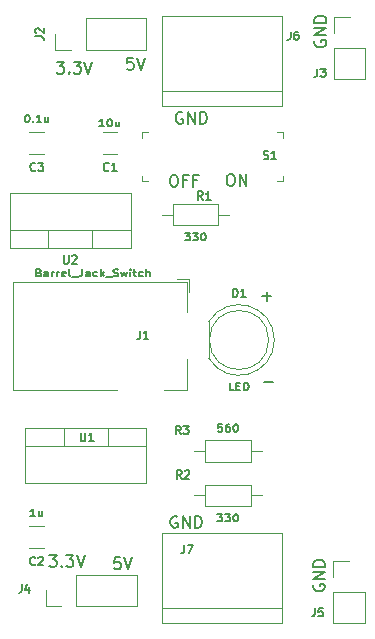
<source format=gto>
%TF.GenerationSoftware,KiCad,Pcbnew,(6.0.0)*%
%TF.CreationDate,2023-05-28T15:04:35-04:00*%
%TF.ProjectId,Breadboard Power Supply,42726561-6462-46f6-9172-6420506f7765,2.0*%
%TF.SameCoordinates,Original*%
%TF.FileFunction,Legend,Top*%
%TF.FilePolarity,Positive*%
%FSLAX46Y46*%
G04 Gerber Fmt 4.6, Leading zero omitted, Abs format (unit mm)*
G04 Created by KiCad (PCBNEW (6.0.0)) date 2023-05-28 15:04:35*
%MOMM*%
%LPD*%
G01*
G04 APERTURE LIST*
%ADD10C,0.150000*%
%ADD11C,0.120000*%
%ADD12C,0.100000*%
G04 APERTURE END LIST*
D10*
X125872952Y-74255380D02*
X126063428Y-74255380D01*
X126158666Y-74303000D01*
X126253904Y-74398238D01*
X126301523Y-74588714D01*
X126301523Y-74922047D01*
X126253904Y-75112523D01*
X126158666Y-75207761D01*
X126063428Y-75255380D01*
X125872952Y-75255380D01*
X125777714Y-75207761D01*
X125682476Y-75112523D01*
X125634857Y-74922047D01*
X125634857Y-74588714D01*
X125682476Y-74398238D01*
X125777714Y-74303000D01*
X125872952Y-74255380D01*
X126730095Y-75255380D02*
X126730095Y-74255380D01*
X127301523Y-75255380D01*
X127301523Y-74255380D01*
X121069219Y-74306180D02*
X121259695Y-74306180D01*
X121354933Y-74353800D01*
X121450171Y-74449038D01*
X121497790Y-74639514D01*
X121497790Y-74972847D01*
X121450171Y-75163323D01*
X121354933Y-75258561D01*
X121259695Y-75306180D01*
X121069219Y-75306180D01*
X120973980Y-75258561D01*
X120878742Y-75163323D01*
X120831123Y-74972847D01*
X120831123Y-74639514D01*
X120878742Y-74449038D01*
X120973980Y-74353800D01*
X121069219Y-74306180D01*
X122259695Y-74782371D02*
X121926361Y-74782371D01*
X121926361Y-75306180D02*
X121926361Y-74306180D01*
X122402552Y-74306180D01*
X123116838Y-74782371D02*
X122783504Y-74782371D01*
X122783504Y-75306180D02*
X122783504Y-74306180D01*
X123259695Y-74306180D01*
X128752647Y-91867028D02*
X129514552Y-91867028D01*
X128651047Y-84602628D02*
X129412952Y-84602628D01*
X129032000Y-84983580D02*
X129032000Y-84221676D01*
X110603357Y-106487980D02*
X111222404Y-106487980D01*
X110889071Y-106868933D01*
X111031928Y-106868933D01*
X111127166Y-106916552D01*
X111174785Y-106964171D01*
X111222404Y-107059409D01*
X111222404Y-107297504D01*
X111174785Y-107392742D01*
X111127166Y-107440361D01*
X111031928Y-107487980D01*
X110746214Y-107487980D01*
X110650976Y-107440361D01*
X110603357Y-107392742D01*
X111650976Y-107392742D02*
X111698595Y-107440361D01*
X111650976Y-107487980D01*
X111603357Y-107440361D01*
X111650976Y-107392742D01*
X111650976Y-107487980D01*
X112031928Y-106487980D02*
X112650976Y-106487980D01*
X112317642Y-106868933D01*
X112460500Y-106868933D01*
X112555738Y-106916552D01*
X112603357Y-106964171D01*
X112650976Y-107059409D01*
X112650976Y-107297504D01*
X112603357Y-107392742D01*
X112555738Y-107440361D01*
X112460500Y-107487980D01*
X112174785Y-107487980D01*
X112079547Y-107440361D01*
X112031928Y-107392742D01*
X112936690Y-106487980D02*
X113270023Y-107487980D01*
X113603357Y-106487980D01*
X111238357Y-64730380D02*
X111857404Y-64730380D01*
X111524071Y-65111333D01*
X111666928Y-65111333D01*
X111762166Y-65158952D01*
X111809785Y-65206571D01*
X111857404Y-65301809D01*
X111857404Y-65539904D01*
X111809785Y-65635142D01*
X111762166Y-65682761D01*
X111666928Y-65730380D01*
X111381214Y-65730380D01*
X111285976Y-65682761D01*
X111238357Y-65635142D01*
X112285976Y-65635142D02*
X112333595Y-65682761D01*
X112285976Y-65730380D01*
X112238357Y-65682761D01*
X112285976Y-65635142D01*
X112285976Y-65730380D01*
X112666928Y-64730380D02*
X113285976Y-64730380D01*
X112952642Y-65111333D01*
X113095500Y-65111333D01*
X113190738Y-65158952D01*
X113238357Y-65206571D01*
X113285976Y-65301809D01*
X113285976Y-65539904D01*
X113238357Y-65635142D01*
X113190738Y-65682761D01*
X113095500Y-65730380D01*
X112809785Y-65730380D01*
X112714547Y-65682761D01*
X112666928Y-65635142D01*
X113571690Y-64730380D02*
X113905023Y-65730380D01*
X114238357Y-64730380D01*
X116610385Y-106691180D02*
X116134195Y-106691180D01*
X116086576Y-107167371D01*
X116134195Y-107119752D01*
X116229433Y-107072133D01*
X116467528Y-107072133D01*
X116562766Y-107119752D01*
X116610385Y-107167371D01*
X116658004Y-107262609D01*
X116658004Y-107500704D01*
X116610385Y-107595942D01*
X116562766Y-107643561D01*
X116467528Y-107691180D01*
X116229433Y-107691180D01*
X116134195Y-107643561D01*
X116086576Y-107595942D01*
X116943719Y-106691180D02*
X117277052Y-107691180D01*
X117610385Y-106691180D01*
X117702585Y-64400180D02*
X117226395Y-64400180D01*
X117178776Y-64876371D01*
X117226395Y-64828752D01*
X117321633Y-64781133D01*
X117559728Y-64781133D01*
X117654966Y-64828752D01*
X117702585Y-64876371D01*
X117750204Y-64971609D01*
X117750204Y-65209704D01*
X117702585Y-65304942D01*
X117654966Y-65352561D01*
X117559728Y-65400180D01*
X117321633Y-65400180D01*
X117226395Y-65352561D01*
X117178776Y-65304942D01*
X118035919Y-64400180D02*
X118369252Y-65400180D01*
X118702585Y-64400180D01*
X132977000Y-108995595D02*
X132929380Y-109090833D01*
X132929380Y-109233690D01*
X132977000Y-109376547D01*
X133072238Y-109471785D01*
X133167476Y-109519404D01*
X133357952Y-109567023D01*
X133500809Y-109567023D01*
X133691285Y-109519404D01*
X133786523Y-109471785D01*
X133881761Y-109376547D01*
X133929380Y-109233690D01*
X133929380Y-109138452D01*
X133881761Y-108995595D01*
X133834142Y-108947976D01*
X133500809Y-108947976D01*
X133500809Y-109138452D01*
X133929380Y-108519404D02*
X132929380Y-108519404D01*
X133929380Y-107947976D01*
X132929380Y-107947976D01*
X133929380Y-107471785D02*
X132929380Y-107471785D01*
X132929380Y-107233690D01*
X132977000Y-107090833D01*
X133072238Y-106995595D01*
X133167476Y-106947976D01*
X133357952Y-106900357D01*
X133500809Y-106900357D01*
X133691285Y-106947976D01*
X133786523Y-106995595D01*
X133881761Y-107090833D01*
X133929380Y-107233690D01*
X133929380Y-107471785D01*
X121433204Y-103259000D02*
X121337966Y-103211380D01*
X121195109Y-103211380D01*
X121052252Y-103259000D01*
X120957014Y-103354238D01*
X120909395Y-103449476D01*
X120861776Y-103639952D01*
X120861776Y-103782809D01*
X120909395Y-103973285D01*
X120957014Y-104068523D01*
X121052252Y-104163761D01*
X121195109Y-104211380D01*
X121290347Y-104211380D01*
X121433204Y-104163761D01*
X121480823Y-104116142D01*
X121480823Y-103782809D01*
X121290347Y-103782809D01*
X121909395Y-104211380D02*
X121909395Y-103211380D01*
X122480823Y-104211380D01*
X122480823Y-103211380D01*
X122957014Y-104211380D02*
X122957014Y-103211380D01*
X123195109Y-103211380D01*
X123337966Y-103259000D01*
X123433204Y-103354238D01*
X123480823Y-103449476D01*
X123528442Y-103639952D01*
X123528442Y-103782809D01*
X123480823Y-103973285D01*
X123433204Y-104068523D01*
X123337966Y-104163761D01*
X123195109Y-104211380D01*
X122957014Y-104211380D01*
X133104000Y-62945395D02*
X133056380Y-63040633D01*
X133056380Y-63183490D01*
X133104000Y-63326347D01*
X133199238Y-63421585D01*
X133294476Y-63469204D01*
X133484952Y-63516823D01*
X133627809Y-63516823D01*
X133818285Y-63469204D01*
X133913523Y-63421585D01*
X134008761Y-63326347D01*
X134056380Y-63183490D01*
X134056380Y-63088252D01*
X134008761Y-62945395D01*
X133961142Y-62897776D01*
X133627809Y-62897776D01*
X133627809Y-63088252D01*
X134056380Y-62469204D02*
X133056380Y-62469204D01*
X134056380Y-61897776D01*
X133056380Y-61897776D01*
X134056380Y-61421585D02*
X133056380Y-61421585D01*
X133056380Y-61183490D01*
X133104000Y-61040633D01*
X133199238Y-60945395D01*
X133294476Y-60897776D01*
X133484952Y-60850157D01*
X133627809Y-60850157D01*
X133818285Y-60897776D01*
X133913523Y-60945395D01*
X134008761Y-61040633D01*
X134056380Y-61183490D01*
X134056380Y-61421585D01*
X121865004Y-69019800D02*
X121769766Y-68972180D01*
X121626909Y-68972180D01*
X121484052Y-69019800D01*
X121388814Y-69115038D01*
X121341195Y-69210276D01*
X121293576Y-69400752D01*
X121293576Y-69543609D01*
X121341195Y-69734085D01*
X121388814Y-69829323D01*
X121484052Y-69924561D01*
X121626909Y-69972180D01*
X121722147Y-69972180D01*
X121865004Y-69924561D01*
X121912623Y-69876942D01*
X121912623Y-69543609D01*
X121722147Y-69543609D01*
X122341195Y-69972180D02*
X122341195Y-68972180D01*
X122912623Y-69972180D01*
X122912623Y-68972180D01*
X123388814Y-69972180D02*
X123388814Y-68972180D01*
X123626909Y-68972180D01*
X123769766Y-69019800D01*
X123865004Y-69115038D01*
X123912623Y-69210276D01*
X123960242Y-69400752D01*
X123960242Y-69543609D01*
X123912623Y-69734085D01*
X123865004Y-69829323D01*
X123769766Y-69924561D01*
X123626909Y-69972180D01*
X123388814Y-69972180D01*
%TO.C,J1*%
X118283066Y-87526066D02*
X118283066Y-88026066D01*
X118249733Y-88126066D01*
X118183066Y-88192733D01*
X118083066Y-88226066D01*
X118016400Y-88226066D01*
X118983066Y-88226066D02*
X118583066Y-88226066D01*
X118783066Y-88226066D02*
X118783066Y-87526066D01*
X118716400Y-87626066D01*
X118649733Y-87692733D01*
X118583066Y-87726066D01*
X109733333Y-82583342D02*
X109833333Y-82611914D01*
X109866666Y-82640485D01*
X109900000Y-82697628D01*
X109900000Y-82783342D01*
X109866666Y-82840485D01*
X109833333Y-82869057D01*
X109766666Y-82897628D01*
X109500000Y-82897628D01*
X109500000Y-82297628D01*
X109733333Y-82297628D01*
X109800000Y-82326200D01*
X109833333Y-82354771D01*
X109866666Y-82411914D01*
X109866666Y-82469057D01*
X109833333Y-82526200D01*
X109800000Y-82554771D01*
X109733333Y-82583342D01*
X109500000Y-82583342D01*
X110500000Y-82897628D02*
X110500000Y-82583342D01*
X110466666Y-82526200D01*
X110400000Y-82497628D01*
X110266666Y-82497628D01*
X110200000Y-82526200D01*
X110500000Y-82869057D02*
X110433333Y-82897628D01*
X110266666Y-82897628D01*
X110200000Y-82869057D01*
X110166666Y-82811914D01*
X110166666Y-82754771D01*
X110200000Y-82697628D01*
X110266666Y-82669057D01*
X110433333Y-82669057D01*
X110500000Y-82640485D01*
X110833333Y-82897628D02*
X110833333Y-82497628D01*
X110833333Y-82611914D02*
X110866666Y-82554771D01*
X110900000Y-82526200D01*
X110966666Y-82497628D01*
X111033333Y-82497628D01*
X111266666Y-82897628D02*
X111266666Y-82497628D01*
X111266666Y-82611914D02*
X111300000Y-82554771D01*
X111333333Y-82526200D01*
X111400000Y-82497628D01*
X111466666Y-82497628D01*
X111966666Y-82869057D02*
X111900000Y-82897628D01*
X111766666Y-82897628D01*
X111700000Y-82869057D01*
X111666666Y-82811914D01*
X111666666Y-82583342D01*
X111700000Y-82526200D01*
X111766666Y-82497628D01*
X111900000Y-82497628D01*
X111966666Y-82526200D01*
X112000000Y-82583342D01*
X112000000Y-82640485D01*
X111666666Y-82697628D01*
X112400000Y-82897628D02*
X112333333Y-82869057D01*
X112300000Y-82811914D01*
X112300000Y-82297628D01*
X112500000Y-82954771D02*
X113033333Y-82954771D01*
X113400000Y-82297628D02*
X113400000Y-82726200D01*
X113366666Y-82811914D01*
X113300000Y-82869057D01*
X113200000Y-82897628D01*
X113133333Y-82897628D01*
X114033333Y-82897628D02*
X114033333Y-82583342D01*
X114000000Y-82526200D01*
X113933333Y-82497628D01*
X113800000Y-82497628D01*
X113733333Y-82526200D01*
X114033333Y-82869057D02*
X113966666Y-82897628D01*
X113800000Y-82897628D01*
X113733333Y-82869057D01*
X113700000Y-82811914D01*
X113700000Y-82754771D01*
X113733333Y-82697628D01*
X113800000Y-82669057D01*
X113966666Y-82669057D01*
X114033333Y-82640485D01*
X114666666Y-82869057D02*
X114600000Y-82897628D01*
X114466666Y-82897628D01*
X114400000Y-82869057D01*
X114366666Y-82840485D01*
X114333333Y-82783342D01*
X114333333Y-82611914D01*
X114366666Y-82554771D01*
X114400000Y-82526200D01*
X114466666Y-82497628D01*
X114600000Y-82497628D01*
X114666666Y-82526200D01*
X114966666Y-82897628D02*
X114966666Y-82297628D01*
X115033333Y-82669057D02*
X115233333Y-82897628D01*
X115233333Y-82497628D02*
X114966666Y-82726200D01*
X115366666Y-82954771D02*
X115900000Y-82954771D01*
X116033333Y-82869057D02*
X116133333Y-82897628D01*
X116300000Y-82897628D01*
X116366666Y-82869057D01*
X116400000Y-82840485D01*
X116433333Y-82783342D01*
X116433333Y-82726200D01*
X116400000Y-82669057D01*
X116366666Y-82640485D01*
X116300000Y-82611914D01*
X116166666Y-82583342D01*
X116100000Y-82554771D01*
X116066666Y-82526200D01*
X116033333Y-82469057D01*
X116033333Y-82411914D01*
X116066666Y-82354771D01*
X116100000Y-82326200D01*
X116166666Y-82297628D01*
X116333333Y-82297628D01*
X116433333Y-82326200D01*
X116666666Y-82497628D02*
X116800000Y-82897628D01*
X116933333Y-82611914D01*
X117066666Y-82897628D01*
X117200000Y-82497628D01*
X117466666Y-82897628D02*
X117466666Y-82497628D01*
X117466666Y-82297628D02*
X117433333Y-82326200D01*
X117466666Y-82354771D01*
X117500000Y-82326200D01*
X117466666Y-82297628D01*
X117466666Y-82354771D01*
X117700000Y-82497628D02*
X117966666Y-82497628D01*
X117800000Y-82297628D02*
X117800000Y-82811914D01*
X117833333Y-82869057D01*
X117900000Y-82897628D01*
X117966666Y-82897628D01*
X118500000Y-82869057D02*
X118433333Y-82897628D01*
X118300000Y-82897628D01*
X118233333Y-82869057D01*
X118200000Y-82840485D01*
X118166666Y-82783342D01*
X118166666Y-82611914D01*
X118200000Y-82554771D01*
X118233333Y-82526200D01*
X118300000Y-82497628D01*
X118433333Y-82497628D01*
X118500000Y-82526200D01*
X118800000Y-82897628D02*
X118800000Y-82297628D01*
X119100000Y-82897628D02*
X119100000Y-82583342D01*
X119066666Y-82526200D01*
X119000000Y-82497628D01*
X118900000Y-82497628D01*
X118833333Y-82526200D01*
X118800000Y-82554771D01*
%TO.C,J4*%
X108275466Y-108989066D02*
X108275466Y-109489066D01*
X108242133Y-109589066D01*
X108175466Y-109655733D01*
X108075466Y-109689066D01*
X108008800Y-109689066D01*
X108908800Y-109222400D02*
X108908800Y-109689066D01*
X108742133Y-108955733D02*
X108575466Y-109455733D01*
X109008800Y-109455733D01*
%TO.C,C3*%
X109433533Y-73907800D02*
X109400200Y-73941133D01*
X109300200Y-73974466D01*
X109233533Y-73974466D01*
X109133533Y-73941133D01*
X109066866Y-73874466D01*
X109033533Y-73807800D01*
X109000200Y-73674466D01*
X109000200Y-73574466D01*
X109033533Y-73441133D01*
X109066866Y-73374466D01*
X109133533Y-73307800D01*
X109233533Y-73274466D01*
X109300200Y-73274466D01*
X109400200Y-73307800D01*
X109433533Y-73341133D01*
X109666866Y-73274466D02*
X110100200Y-73274466D01*
X109866866Y-73541133D01*
X109966866Y-73541133D01*
X110033533Y-73574466D01*
X110066866Y-73607800D01*
X110100200Y-73674466D01*
X110100200Y-73841133D01*
X110066866Y-73907800D01*
X110033533Y-73941133D01*
X109966866Y-73974466D01*
X109766866Y-73974466D01*
X109700200Y-73941133D01*
X109666866Y-73907800D01*
X108700200Y-69229228D02*
X108766866Y-69229228D01*
X108833533Y-69257800D01*
X108866866Y-69286371D01*
X108900200Y-69343514D01*
X108933533Y-69457800D01*
X108933533Y-69600657D01*
X108900200Y-69714942D01*
X108866866Y-69772085D01*
X108833533Y-69800657D01*
X108766866Y-69829228D01*
X108700200Y-69829228D01*
X108633533Y-69800657D01*
X108600200Y-69772085D01*
X108566866Y-69714942D01*
X108533533Y-69600657D01*
X108533533Y-69457800D01*
X108566866Y-69343514D01*
X108600200Y-69286371D01*
X108633533Y-69257800D01*
X108700200Y-69229228D01*
X109233533Y-69772085D02*
X109266866Y-69800657D01*
X109233533Y-69829228D01*
X109200200Y-69800657D01*
X109233533Y-69772085D01*
X109233533Y-69829228D01*
X109933533Y-69829228D02*
X109533533Y-69829228D01*
X109733533Y-69829228D02*
X109733533Y-69229228D01*
X109666866Y-69314942D01*
X109600200Y-69372085D01*
X109533533Y-69400657D01*
X110533533Y-69429228D02*
X110533533Y-69829228D01*
X110233533Y-69429228D02*
X110233533Y-69743514D01*
X110266866Y-69800657D01*
X110333533Y-69829228D01*
X110433533Y-69829228D01*
X110500200Y-69800657D01*
X110533533Y-69772085D01*
%TO.C,U1*%
X113258666Y-96162066D02*
X113258666Y-96728733D01*
X113292000Y-96795400D01*
X113325333Y-96828733D01*
X113392000Y-96862066D01*
X113525333Y-96862066D01*
X113592000Y-96828733D01*
X113625333Y-96795400D01*
X113658666Y-96728733D01*
X113658666Y-96162066D01*
X114358666Y-96862066D02*
X113958666Y-96862066D01*
X114158666Y-96862066D02*
X114158666Y-96162066D01*
X114092000Y-96262066D01*
X114025333Y-96328733D01*
X113958666Y-96362066D01*
%TO.C,S1*%
X128752666Y-72927333D02*
X128852666Y-72960666D01*
X129019333Y-72960666D01*
X129086000Y-72927333D01*
X129119333Y-72894000D01*
X129152666Y-72827333D01*
X129152666Y-72760666D01*
X129119333Y-72694000D01*
X129086000Y-72660666D01*
X129019333Y-72627333D01*
X128886000Y-72594000D01*
X128819333Y-72560666D01*
X128786000Y-72527333D01*
X128752666Y-72460666D01*
X128752666Y-72394000D01*
X128786000Y-72327333D01*
X128819333Y-72294000D01*
X128886000Y-72260666D01*
X129052666Y-72260666D01*
X129152666Y-72294000D01*
X129819333Y-72960666D02*
X129419333Y-72960666D01*
X129619333Y-72960666D02*
X129619333Y-72260666D01*
X129552666Y-72360666D01*
X129486000Y-72427333D01*
X129419333Y-72460666D01*
%TO.C,C1*%
X115631133Y-73907800D02*
X115597800Y-73941133D01*
X115497800Y-73974466D01*
X115431133Y-73974466D01*
X115331133Y-73941133D01*
X115264466Y-73874466D01*
X115231133Y-73807800D01*
X115197800Y-73674466D01*
X115197800Y-73574466D01*
X115231133Y-73441133D01*
X115264466Y-73374466D01*
X115331133Y-73307800D01*
X115431133Y-73274466D01*
X115497800Y-73274466D01*
X115597800Y-73307800D01*
X115631133Y-73341133D01*
X116297800Y-73974466D02*
X115897800Y-73974466D01*
X116097800Y-73974466D02*
X116097800Y-73274466D01*
X116031133Y-73374466D01*
X115964466Y-73441133D01*
X115897800Y-73474466D01*
X115247000Y-70197628D02*
X114847000Y-70197628D01*
X115047000Y-70197628D02*
X115047000Y-69597628D01*
X114980333Y-69683342D01*
X114913666Y-69740485D01*
X114847000Y-69769057D01*
X115680333Y-69597628D02*
X115747000Y-69597628D01*
X115813666Y-69626200D01*
X115847000Y-69654771D01*
X115880333Y-69711914D01*
X115913666Y-69826200D01*
X115913666Y-69969057D01*
X115880333Y-70083342D01*
X115847000Y-70140485D01*
X115813666Y-70169057D01*
X115747000Y-70197628D01*
X115680333Y-70197628D01*
X115613666Y-70169057D01*
X115580333Y-70140485D01*
X115547000Y-70083342D01*
X115513666Y-69969057D01*
X115513666Y-69826200D01*
X115547000Y-69711914D01*
X115580333Y-69654771D01*
X115613666Y-69626200D01*
X115680333Y-69597628D01*
X116513666Y-69797628D02*
X116513666Y-70197628D01*
X116213666Y-69797628D02*
X116213666Y-70111914D01*
X116247000Y-70169057D01*
X116313666Y-70197628D01*
X116413666Y-70197628D01*
X116480333Y-70169057D01*
X116513666Y-70140485D01*
%TO.C,J3*%
X133294466Y-65306066D02*
X133294466Y-65806066D01*
X133261133Y-65906066D01*
X133194466Y-65972733D01*
X133094466Y-66006066D01*
X133027800Y-66006066D01*
X133561133Y-65306066D02*
X133994466Y-65306066D01*
X133761133Y-65572733D01*
X133861133Y-65572733D01*
X133927800Y-65606066D01*
X133961133Y-65639400D01*
X133994466Y-65706066D01*
X133994466Y-65872733D01*
X133961133Y-65939400D01*
X133927800Y-65972733D01*
X133861133Y-66006066D01*
X133661133Y-66006066D01*
X133594466Y-65972733D01*
X133561133Y-65939400D01*
%TO.C,C2*%
X109408133Y-107278200D02*
X109374800Y-107311533D01*
X109274800Y-107344866D01*
X109208133Y-107344866D01*
X109108133Y-107311533D01*
X109041466Y-107244866D01*
X109008133Y-107178200D01*
X108974800Y-107044866D01*
X108974800Y-106944866D01*
X109008133Y-106811533D01*
X109041466Y-106744866D01*
X109108133Y-106678200D01*
X109208133Y-106644866D01*
X109274800Y-106644866D01*
X109374800Y-106678200D01*
X109408133Y-106711533D01*
X109674800Y-106711533D02*
X109708133Y-106678200D01*
X109774800Y-106644866D01*
X109941466Y-106644866D01*
X110008133Y-106678200D01*
X110041466Y-106711533D01*
X110074800Y-106778200D01*
X110074800Y-106844866D01*
X110041466Y-106944866D01*
X109641466Y-107344866D01*
X110074800Y-107344866D01*
X109408133Y-103199628D02*
X109008133Y-103199628D01*
X109208133Y-103199628D02*
X109208133Y-102599628D01*
X109141466Y-102685342D01*
X109074800Y-102742485D01*
X109008133Y-102771057D01*
X110008133Y-102799628D02*
X110008133Y-103199628D01*
X109708133Y-102799628D02*
X109708133Y-103113914D01*
X109741466Y-103171057D01*
X109808133Y-103199628D01*
X109908133Y-103199628D01*
X109974800Y-103171057D01*
X110008133Y-103142485D01*
%TO.C,J2*%
X109420866Y-62590333D02*
X109920866Y-62590333D01*
X110020866Y-62623666D01*
X110087533Y-62690333D01*
X110120866Y-62790333D01*
X110120866Y-62857000D01*
X109487533Y-62290333D02*
X109454200Y-62257000D01*
X109420866Y-62190333D01*
X109420866Y-62023666D01*
X109454200Y-61957000D01*
X109487533Y-61923666D01*
X109554200Y-61890333D01*
X109620866Y-61890333D01*
X109720866Y-61923666D01*
X110120866Y-62323666D01*
X110120866Y-61890333D01*
%TO.C,R2*%
X121803333Y-100037066D02*
X121570000Y-99703733D01*
X121403333Y-100037066D02*
X121403333Y-99337066D01*
X121670000Y-99337066D01*
X121736666Y-99370400D01*
X121770000Y-99403733D01*
X121803333Y-99470400D01*
X121803333Y-99570400D01*
X121770000Y-99637066D01*
X121736666Y-99670400D01*
X121670000Y-99703733D01*
X121403333Y-99703733D01*
X122070000Y-99403733D02*
X122103333Y-99370400D01*
X122170000Y-99337066D01*
X122336666Y-99337066D01*
X122403333Y-99370400D01*
X122436666Y-99403733D01*
X122470000Y-99470400D01*
X122470000Y-99537066D01*
X122436666Y-99637066D01*
X122036666Y-100037066D01*
X122470000Y-100037066D01*
X124830000Y-103039028D02*
X125263333Y-103039028D01*
X125030000Y-103267600D01*
X125130000Y-103267600D01*
X125196666Y-103296171D01*
X125230000Y-103324742D01*
X125263333Y-103381885D01*
X125263333Y-103524742D01*
X125230000Y-103581885D01*
X125196666Y-103610457D01*
X125130000Y-103639028D01*
X124930000Y-103639028D01*
X124863333Y-103610457D01*
X124830000Y-103581885D01*
X125496666Y-103039028D02*
X125930000Y-103039028D01*
X125696666Y-103267600D01*
X125796666Y-103267600D01*
X125863333Y-103296171D01*
X125896666Y-103324742D01*
X125930000Y-103381885D01*
X125930000Y-103524742D01*
X125896666Y-103581885D01*
X125863333Y-103610457D01*
X125796666Y-103639028D01*
X125596666Y-103639028D01*
X125530000Y-103610457D01*
X125496666Y-103581885D01*
X126363333Y-103039028D02*
X126430000Y-103039028D01*
X126496666Y-103067600D01*
X126530000Y-103096171D01*
X126563333Y-103153314D01*
X126596666Y-103267600D01*
X126596666Y-103410457D01*
X126563333Y-103524742D01*
X126530000Y-103581885D01*
X126496666Y-103610457D01*
X126430000Y-103639028D01*
X126363333Y-103639028D01*
X126296666Y-103610457D01*
X126263333Y-103581885D01*
X126230000Y-103524742D01*
X126196666Y-103410457D01*
X126196666Y-103267600D01*
X126230000Y-103153314D01*
X126263333Y-103096171D01*
X126296666Y-103067600D01*
X126363333Y-103039028D01*
%TO.C,R1*%
X123606733Y-76415066D02*
X123373400Y-76081733D01*
X123206733Y-76415066D02*
X123206733Y-75715066D01*
X123473400Y-75715066D01*
X123540066Y-75748400D01*
X123573400Y-75781733D01*
X123606733Y-75848400D01*
X123606733Y-75948400D01*
X123573400Y-76015066D01*
X123540066Y-76048400D01*
X123473400Y-76081733D01*
X123206733Y-76081733D01*
X124273400Y-76415066D02*
X123873400Y-76415066D01*
X124073400Y-76415066D02*
X124073400Y-75715066D01*
X124006733Y-75815066D01*
X123940066Y-75881733D01*
X123873400Y-75915066D01*
X122086800Y-79264628D02*
X122520133Y-79264628D01*
X122286800Y-79493200D01*
X122386800Y-79493200D01*
X122453466Y-79521771D01*
X122486800Y-79550342D01*
X122520133Y-79607485D01*
X122520133Y-79750342D01*
X122486800Y-79807485D01*
X122453466Y-79836057D01*
X122386800Y-79864628D01*
X122186800Y-79864628D01*
X122120133Y-79836057D01*
X122086800Y-79807485D01*
X122753466Y-79264628D02*
X123186800Y-79264628D01*
X122953466Y-79493200D01*
X123053466Y-79493200D01*
X123120133Y-79521771D01*
X123153466Y-79550342D01*
X123186800Y-79607485D01*
X123186800Y-79750342D01*
X123153466Y-79807485D01*
X123120133Y-79836057D01*
X123053466Y-79864628D01*
X122853466Y-79864628D01*
X122786800Y-79836057D01*
X122753466Y-79807485D01*
X123620133Y-79264628D02*
X123686800Y-79264628D01*
X123753466Y-79293200D01*
X123786800Y-79321771D01*
X123820133Y-79378914D01*
X123853466Y-79493200D01*
X123853466Y-79636057D01*
X123820133Y-79750342D01*
X123786800Y-79807485D01*
X123753466Y-79836057D01*
X123686800Y-79864628D01*
X123620133Y-79864628D01*
X123553466Y-79836057D01*
X123520133Y-79807485D01*
X123486800Y-79750342D01*
X123453466Y-79636057D01*
X123453466Y-79493200D01*
X123486800Y-79378914D01*
X123520133Y-79321771D01*
X123553466Y-79293200D01*
X123620133Y-79264628D01*
%TO.C,R3*%
X121727133Y-96252466D02*
X121493800Y-95919133D01*
X121327133Y-96252466D02*
X121327133Y-95552466D01*
X121593800Y-95552466D01*
X121660466Y-95585800D01*
X121693800Y-95619133D01*
X121727133Y-95685800D01*
X121727133Y-95785800D01*
X121693800Y-95852466D01*
X121660466Y-95885800D01*
X121593800Y-95919133D01*
X121327133Y-95919133D01*
X121960466Y-95552466D02*
X122393800Y-95552466D01*
X122160466Y-95819133D01*
X122260466Y-95819133D01*
X122327133Y-95852466D01*
X122360466Y-95885800D01*
X122393800Y-95952466D01*
X122393800Y-96119133D01*
X122360466Y-96185800D01*
X122327133Y-96219133D01*
X122260466Y-96252466D01*
X122060466Y-96252466D01*
X121993800Y-96219133D01*
X121960466Y-96185800D01*
X125230000Y-95439828D02*
X124896666Y-95439828D01*
X124863333Y-95725542D01*
X124896666Y-95696971D01*
X124963333Y-95668400D01*
X125130000Y-95668400D01*
X125196666Y-95696971D01*
X125230000Y-95725542D01*
X125263333Y-95782685D01*
X125263333Y-95925542D01*
X125230000Y-95982685D01*
X125196666Y-96011257D01*
X125130000Y-96039828D01*
X124963333Y-96039828D01*
X124896666Y-96011257D01*
X124863333Y-95982685D01*
X125863333Y-95439828D02*
X125730000Y-95439828D01*
X125663333Y-95468400D01*
X125630000Y-95496971D01*
X125563333Y-95582685D01*
X125530000Y-95696971D01*
X125530000Y-95925542D01*
X125563333Y-95982685D01*
X125596666Y-96011257D01*
X125663333Y-96039828D01*
X125796666Y-96039828D01*
X125863333Y-96011257D01*
X125896666Y-95982685D01*
X125930000Y-95925542D01*
X125930000Y-95782685D01*
X125896666Y-95725542D01*
X125863333Y-95696971D01*
X125796666Y-95668400D01*
X125663333Y-95668400D01*
X125596666Y-95696971D01*
X125563333Y-95725542D01*
X125530000Y-95782685D01*
X126363333Y-95439828D02*
X126430000Y-95439828D01*
X126496666Y-95468400D01*
X126530000Y-95496971D01*
X126563333Y-95554114D01*
X126596666Y-95668400D01*
X126596666Y-95811257D01*
X126563333Y-95925542D01*
X126530000Y-95982685D01*
X126496666Y-96011257D01*
X126430000Y-96039828D01*
X126363333Y-96039828D01*
X126296666Y-96011257D01*
X126263333Y-95982685D01*
X126230000Y-95925542D01*
X126196666Y-95811257D01*
X126196666Y-95668400D01*
X126230000Y-95554114D01*
X126263333Y-95496971D01*
X126296666Y-95468400D01*
X126363333Y-95439828D01*
%TO.C,U2*%
X111836266Y-81128066D02*
X111836266Y-81694733D01*
X111869600Y-81761400D01*
X111902933Y-81794733D01*
X111969600Y-81828066D01*
X112102933Y-81828066D01*
X112169600Y-81794733D01*
X112202933Y-81761400D01*
X112236266Y-81694733D01*
X112236266Y-81128066D01*
X112536266Y-81194733D02*
X112569600Y-81161400D01*
X112636266Y-81128066D01*
X112802933Y-81128066D01*
X112869600Y-81161400D01*
X112902933Y-81194733D01*
X112936266Y-81261400D01*
X112936266Y-81328066D01*
X112902933Y-81428066D01*
X112502933Y-81828066D01*
X112936266Y-81828066D01*
%TO.C,J6*%
X131033866Y-62176866D02*
X131033866Y-62676866D01*
X131000533Y-62776866D01*
X130933866Y-62843533D01*
X130833866Y-62876866D01*
X130767200Y-62876866D01*
X131667200Y-62176866D02*
X131533866Y-62176866D01*
X131467200Y-62210200D01*
X131433866Y-62243533D01*
X131367200Y-62343533D01*
X131333866Y-62476866D01*
X131333866Y-62743533D01*
X131367200Y-62810200D01*
X131400533Y-62843533D01*
X131467200Y-62876866D01*
X131600533Y-62876866D01*
X131667200Y-62843533D01*
X131700533Y-62810200D01*
X131733866Y-62743533D01*
X131733866Y-62576866D01*
X131700533Y-62510200D01*
X131667200Y-62476866D01*
X131600533Y-62443533D01*
X131467200Y-62443533D01*
X131400533Y-62476866D01*
X131367200Y-62510200D01*
X131333866Y-62576866D01*
%TO.C,J7*%
X122042266Y-105640466D02*
X122042266Y-106140466D01*
X122008933Y-106240466D01*
X121942266Y-106307133D01*
X121842266Y-106340466D01*
X121775600Y-106340466D01*
X122308933Y-105640466D02*
X122775600Y-105640466D01*
X122475600Y-106340466D01*
%TO.C,D1*%
X126153133Y-84647066D02*
X126153133Y-83947066D01*
X126319800Y-83947066D01*
X126419800Y-83980400D01*
X126486466Y-84047066D01*
X126519800Y-84113733D01*
X126553133Y-84247066D01*
X126553133Y-84347066D01*
X126519800Y-84480400D01*
X126486466Y-84547066D01*
X126419800Y-84613733D01*
X126319800Y-84647066D01*
X126153133Y-84647066D01*
X127219800Y-84647066D02*
X126819800Y-84647066D01*
X127019800Y-84647066D02*
X127019800Y-83947066D01*
X126953133Y-84047066D01*
X126886466Y-84113733D01*
X126819800Y-84147066D01*
X126219800Y-92521828D02*
X125886466Y-92521828D01*
X125886466Y-91921828D01*
X126453133Y-92207542D02*
X126686466Y-92207542D01*
X126786466Y-92521828D02*
X126453133Y-92521828D01*
X126453133Y-91921828D01*
X126786466Y-91921828D01*
X127086466Y-92521828D02*
X127086466Y-91921828D01*
X127253133Y-91921828D01*
X127353133Y-91950400D01*
X127419800Y-92007542D01*
X127453133Y-92064685D01*
X127486466Y-92178971D01*
X127486466Y-92264685D01*
X127453133Y-92378971D01*
X127419800Y-92436114D01*
X127353133Y-92493257D01*
X127253133Y-92521828D01*
X127086466Y-92521828D01*
%TO.C,J5*%
X133091266Y-110995666D02*
X133091266Y-111495666D01*
X133057933Y-111595666D01*
X132991266Y-111662333D01*
X132891266Y-111695666D01*
X132824600Y-111695666D01*
X133757933Y-110995666D02*
X133424600Y-110995666D01*
X133391266Y-111329000D01*
X133424600Y-111295666D01*
X133491266Y-111262333D01*
X133657933Y-111262333D01*
X133724600Y-111295666D01*
X133757933Y-111329000D01*
X133791266Y-111395666D01*
X133791266Y-111562333D01*
X133757933Y-111629000D01*
X133724600Y-111662333D01*
X133657933Y-111695666D01*
X133491266Y-111695666D01*
X133424600Y-111662333D01*
X133391266Y-111629000D01*
D11*
%TO.C,J1*%
X122235800Y-92560200D02*
X120335800Y-92560200D01*
X122235800Y-83360200D02*
X122235800Y-85960200D01*
X116335800Y-92560200D02*
X107535800Y-92560200D01*
X107535800Y-92560200D02*
X107535800Y-83360200D01*
X122235800Y-89860200D02*
X122235800Y-92560200D01*
X122435800Y-84210200D02*
X122435800Y-83160200D01*
X121385800Y-83160200D02*
X122435800Y-83160200D01*
X107535800Y-83360200D02*
X122235800Y-83360200D01*
%TO.C,J4*%
X111622600Y-110829400D02*
X110292600Y-110829400D01*
X118032600Y-110829400D02*
X118032600Y-108169400D01*
X112892600Y-110829400D02*
X112892600Y-108169400D01*
X112892600Y-110829400D02*
X118032600Y-110829400D01*
X112892600Y-108169400D02*
X118032600Y-108169400D01*
X110292600Y-110829400D02*
X110292600Y-109499400D01*
%TO.C,C3*%
X110179200Y-72527800D02*
X108921200Y-72527800D01*
X110179200Y-70687800D02*
X108921200Y-70687800D01*
%TO.C,U1*%
X108570400Y-97229000D02*
X118810400Y-97229000D01*
X118810400Y-95719000D02*
X118810400Y-100360000D01*
X108570400Y-95719000D02*
X108570400Y-100360000D01*
X115541400Y-95719000D02*
X115541400Y-97229000D01*
X108570400Y-95719000D02*
X118810400Y-95719000D01*
X111840400Y-95719000D02*
X111840400Y-97229000D01*
X108570400Y-100360000D02*
X118810400Y-100360000D01*
D12*
%TO.C,S1*%
X118491600Y-70671000D02*
X118491600Y-71171000D01*
X118491600Y-74871000D02*
X118991600Y-74871000D01*
X130391600Y-74871000D02*
X130391600Y-74371000D01*
X130391600Y-70671000D02*
X129891600Y-70671000D01*
X130391600Y-70671000D02*
X130391600Y-71171000D01*
X118491600Y-70671000D02*
X118991600Y-70671000D01*
X118491600Y-74871000D02*
X118491600Y-74371000D01*
X130391600Y-74871000D02*
X129891600Y-74871000D01*
D11*
%TO.C,C1*%
X116376800Y-72527800D02*
X115118800Y-72527800D01*
X116376800Y-70687800D02*
X115118800Y-70687800D01*
%TO.C,J3*%
X134712400Y-66176200D02*
X137372400Y-66176200D01*
X134712400Y-60976200D02*
X136042400Y-60976200D01*
X134712400Y-63576200D02*
X134712400Y-66176200D01*
X134712400Y-62306200D02*
X134712400Y-60976200D01*
X137372400Y-63576200D02*
X137372400Y-66176200D01*
X134712400Y-63576200D02*
X137372400Y-63576200D01*
%TO.C,C2*%
X110153800Y-105898200D02*
X108895800Y-105898200D01*
X110153800Y-104058200D02*
X108895800Y-104058200D01*
%TO.C,J2*%
X113680000Y-63712400D02*
X113680000Y-61052400D01*
X118820000Y-63712400D02*
X118820000Y-61052400D01*
X111080000Y-63712400D02*
X111080000Y-62382400D01*
X112410000Y-63712400D02*
X111080000Y-63712400D01*
X113680000Y-63712400D02*
X118820000Y-63712400D01*
X113680000Y-61052400D02*
X118820000Y-61052400D01*
%TO.C,R2*%
X127650000Y-102367600D02*
X127650000Y-100527600D01*
X123810000Y-100527600D02*
X123810000Y-102367600D01*
X123810000Y-102367600D02*
X127650000Y-102367600D01*
X128600000Y-101447600D02*
X127650000Y-101447600D01*
X127650000Y-100527600D02*
X123810000Y-100527600D01*
X122860000Y-101447600D02*
X123810000Y-101447600D01*
%TO.C,R1*%
X124906800Y-78593200D02*
X124906800Y-76753200D01*
X125856800Y-77673200D02*
X124906800Y-77673200D01*
X124906800Y-76753200D02*
X121066800Y-76753200D01*
X121066800Y-78593200D02*
X124906800Y-78593200D01*
X120116800Y-77673200D02*
X121066800Y-77673200D01*
X121066800Y-76753200D02*
X121066800Y-78593200D01*
%TO.C,R3*%
X127650000Y-96768400D02*
X123810000Y-96768400D01*
X128600000Y-97688400D02*
X127650000Y-97688400D01*
X123810000Y-96768400D02*
X123810000Y-98608400D01*
X127650000Y-98608400D02*
X127650000Y-96768400D01*
X122860000Y-97688400D02*
X123810000Y-97688400D01*
X123810000Y-98608400D02*
X127650000Y-98608400D01*
%TO.C,U2*%
X110518600Y-80511400D02*
X110518600Y-79001400D01*
X117489600Y-75870400D02*
X107249600Y-75870400D01*
X117489600Y-79001400D02*
X107249600Y-79001400D01*
X117489600Y-80511400D02*
X107249600Y-80511400D01*
X114219600Y-80511400D02*
X114219600Y-79001400D01*
X107249600Y-80511400D02*
X107249600Y-75870400D01*
X117489600Y-80511400D02*
X117489600Y-75870400D01*
%TO.C,J6*%
X130327400Y-60858400D02*
X120167400Y-60858400D01*
X120167400Y-68478400D02*
X130327400Y-68478400D01*
X130327400Y-68478400D02*
X130327400Y-60858400D01*
X120167400Y-60858400D02*
X120167400Y-68478400D01*
X130327400Y-67208400D02*
X120167400Y-67208400D01*
%TO.C,J7*%
X130291600Y-112257400D02*
X130291600Y-104637400D01*
X120131600Y-104637400D02*
X120131600Y-112257400D01*
X120131600Y-112257400D02*
X130291600Y-112257400D01*
X130291600Y-110987400D02*
X120131600Y-110987400D01*
X130291600Y-104637400D02*
X120131600Y-104637400D01*
%TO.C,D1*%
X129169800Y-88290400D02*
G75*
G03*
X129169800Y-88290400I-2500000J0D01*
G01*
X129659800Y-88290862D02*
G75*
G03*
X124109800Y-86745570I-2990000J462D01*
G01*
X124109800Y-89835230D02*
G75*
G03*
X129659800Y-88289938I2560000J1544830D01*
G01*
X124109800Y-86745400D02*
X124109800Y-89835400D01*
%TO.C,J5*%
X134661600Y-112221400D02*
X137321600Y-112221400D01*
X134661600Y-108351400D02*
X134661600Y-107021400D01*
X137321600Y-109621400D02*
X137321600Y-112221400D01*
X134661600Y-109621400D02*
X137321600Y-109621400D01*
X134661600Y-109621400D02*
X134661600Y-112221400D01*
X134661600Y-107021400D02*
X135991600Y-107021400D01*
%TD*%
M02*

</source>
